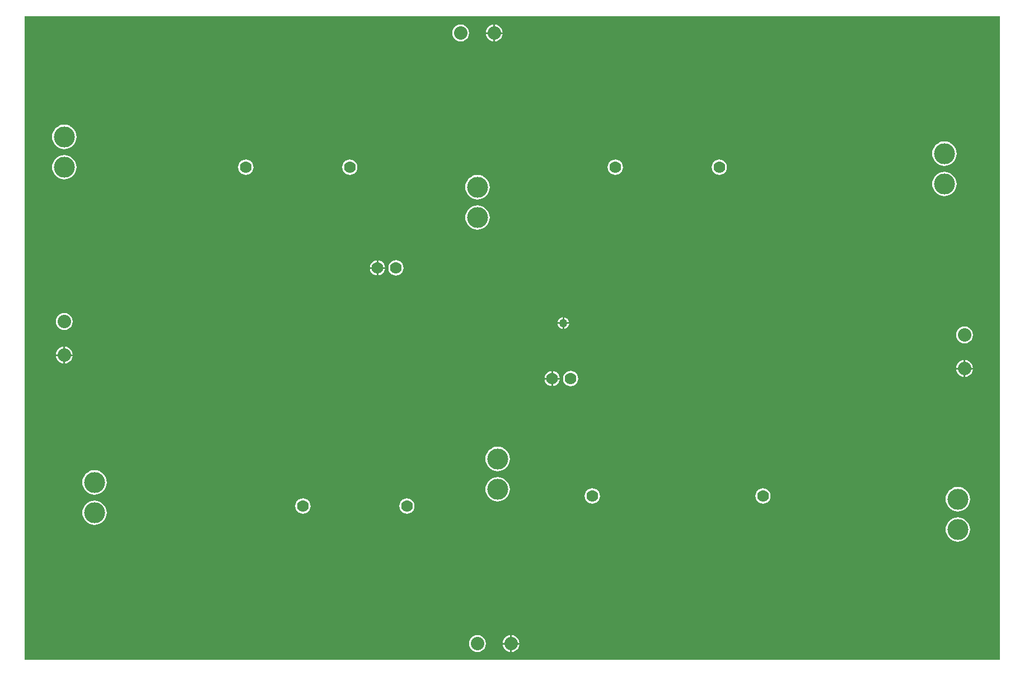
<source format=gbl>
%FSAX24Y24*%
%MOIN*%
G70*
G01*
G75*
G04 Layer_Physical_Order=2*
G04 Layer_Color=16711680*
%ADD10R,0.2579X0.3150*%
%ADD11R,0.0800X0.0600*%
%ADD12R,0.2126X0.0945*%
%ADD13R,0.3504X0.3228*%
%ADD14C,0.0500*%
%ADD15C,0.0100*%
%ADD16C,0.0700*%
%ADD17C,0.1250*%
%ADD18C,0.0800*%
%ADD19C,0.0500*%
G36*
X068898Y010827D02*
X010827D01*
Y049213D01*
X068898D01*
Y010827D01*
D02*
G37*
%LPC*%
G36*
X042200Y027550D02*
X041803D01*
X041812Y027483D01*
X041857Y027373D01*
X041929Y027279D01*
X042023Y027207D01*
X042133Y027162D01*
X042200Y027153D01*
Y027550D01*
D02*
G37*
G36*
X042697D02*
X042300D01*
Y027153D01*
X042367Y027162D01*
X042477Y027207D01*
X042571Y027279D01*
X042643Y027373D01*
X042688Y027483D01*
X042697Y027550D01*
D02*
G37*
G36*
X042200Y028047D02*
X042133Y028038D01*
X042023Y027993D01*
X041929Y027921D01*
X041857Y027827D01*
X041812Y027717D01*
X041803Y027650D01*
X042200D01*
Y028047D01*
D02*
G37*
G36*
X015000Y022140D02*
X014858Y022126D01*
X014721Y022084D01*
X014595Y022017D01*
X014485Y021926D01*
X014394Y021816D01*
X014327Y021690D01*
X014285Y021553D01*
X014271Y021411D01*
X014285Y021269D01*
X014327Y021132D01*
X014394Y021006D01*
X014485Y020896D01*
X014595Y020805D01*
X014721Y020738D01*
X014858Y020697D01*
X015000Y020683D01*
X015142Y020697D01*
X015279Y020738D01*
X015405Y020805D01*
X015515Y020896D01*
X015606Y021006D01*
X015673Y021132D01*
X015715Y021269D01*
X015729Y021411D01*
X015715Y021553D01*
X015673Y021690D01*
X015606Y021816D01*
X015515Y021926D01*
X015405Y022017D01*
X015279Y022084D01*
X015142Y022126D01*
X015000Y022140D01*
D02*
G37*
G36*
X039000Y023540D02*
X038858Y023526D01*
X038721Y023484D01*
X038595Y023417D01*
X038485Y023326D01*
X038394Y023216D01*
X038327Y023090D01*
X038285Y022953D01*
X038271Y022811D01*
X038285Y022669D01*
X038327Y022532D01*
X038394Y022406D01*
X038485Y022296D01*
X038595Y022205D01*
X038721Y022138D01*
X038858Y022097D01*
X039000Y022083D01*
X039142Y022097D01*
X039279Y022138D01*
X039405Y022205D01*
X039515Y022296D01*
X039606Y022406D01*
X039673Y022532D01*
X039715Y022669D01*
X039729Y022811D01*
X039715Y022953D01*
X039673Y023090D01*
X039606Y023216D01*
X039515Y023326D01*
X039405Y023417D01*
X039279Y023484D01*
X039142Y023526D01*
X039000Y023540D01*
D02*
G37*
G36*
X043350Y028054D02*
X043233Y028038D01*
X043123Y027993D01*
X043029Y027921D01*
X042957Y027827D01*
X042912Y027717D01*
X042896Y027600D01*
X042912Y027483D01*
X042957Y027373D01*
X043029Y027279D01*
X043123Y027207D01*
X043233Y027162D01*
X043350Y027146D01*
X043467Y027162D01*
X043577Y027207D01*
X043671Y027279D01*
X043743Y027373D01*
X043788Y027483D01*
X043804Y027600D01*
X043788Y027717D01*
X043743Y027827D01*
X043671Y027921D01*
X043577Y027993D01*
X043467Y028038D01*
X043350Y028054D01*
D02*
G37*
G36*
X042300Y028047D02*
Y027650D01*
X042697D01*
X042688Y027717D01*
X042643Y027827D01*
X042571Y027921D01*
X042477Y027993D01*
X042367Y028038D01*
X042300Y028047D01*
D02*
G37*
G36*
X066850Y028698D02*
Y028250D01*
X067298D01*
X067287Y028331D01*
X067237Y028452D01*
X067157Y028557D01*
X067052Y028637D01*
X066931Y028687D01*
X066850Y028698D01*
D02*
G37*
G36*
X013150Y028950D02*
X012702D01*
X012713Y028869D01*
X012763Y028748D01*
X012843Y028643D01*
X012948Y028563D01*
X013069Y028513D01*
X013150Y028502D01*
Y028950D01*
D02*
G37*
G36*
X013698D02*
X013250D01*
Y028502D01*
X013331Y028513D01*
X013452Y028563D01*
X013557Y028643D01*
X013637Y028748D01*
X013687Y028869D01*
X013698Y028950D01*
D02*
G37*
G36*
X066750Y028150D02*
X066302D01*
X066313Y028069D01*
X066363Y027948D01*
X066443Y027843D01*
X066548Y027763D01*
X066669Y027713D01*
X066750Y027702D01*
Y028150D01*
D02*
G37*
G36*
X067298D02*
X066850D01*
Y027702D01*
X066931Y027713D01*
X067052Y027763D01*
X067157Y027843D01*
X067237Y027948D01*
X067287Y028069D01*
X067298Y028150D01*
D02*
G37*
G36*
X066750Y028698D02*
X066669Y028687D01*
X066548Y028637D01*
X066443Y028557D01*
X066363Y028452D01*
X066313Y028331D01*
X066302Y028250D01*
X066750D01*
Y028698D01*
D02*
G37*
G36*
X039750Y012298D02*
X039669Y012287D01*
X039548Y012237D01*
X039443Y012157D01*
X039363Y012052D01*
X039313Y011931D01*
X039302Y011850D01*
X039750D01*
Y012298D01*
D02*
G37*
G36*
X039850D02*
Y011850D01*
X040298D01*
X040287Y011931D01*
X040237Y012052D01*
X040157Y012157D01*
X040052Y012237D01*
X039931Y012287D01*
X039850Y012298D01*
D02*
G37*
G36*
X066400Y019329D02*
X066258Y019315D01*
X066121Y019273D01*
X065995Y019206D01*
X065885Y019115D01*
X065794Y019005D01*
X065727Y018879D01*
X065685Y018742D01*
X065671Y018600D01*
X065685Y018458D01*
X065727Y018321D01*
X065794Y018195D01*
X065885Y018085D01*
X065995Y017994D01*
X066121Y017927D01*
X066258Y017885D01*
X066400Y017871D01*
X066542Y017885D01*
X066679Y017927D01*
X066805Y017994D01*
X066915Y018085D01*
X067006Y018195D01*
X067073Y018321D01*
X067115Y018458D01*
X067129Y018600D01*
X067115Y018742D01*
X067073Y018879D01*
X067006Y019005D01*
X066915Y019115D01*
X066805Y019206D01*
X066679Y019273D01*
X066542Y019315D01*
X066400Y019329D01*
D02*
G37*
G36*
X037800Y012304D02*
X037669Y012287D01*
X037548Y012237D01*
X037443Y012157D01*
X037363Y012052D01*
X037313Y011931D01*
X037296Y011800D01*
X037313Y011669D01*
X037363Y011548D01*
X037443Y011443D01*
X037548Y011363D01*
X037669Y011313D01*
X037800Y011296D01*
X037931Y011313D01*
X038052Y011363D01*
X038157Y011443D01*
X038237Y011548D01*
X038287Y011669D01*
X038304Y011800D01*
X038287Y011931D01*
X038237Y012052D01*
X038157Y012157D01*
X038052Y012237D01*
X037931Y012287D01*
X037800Y012304D01*
D02*
G37*
G36*
X039750Y011750D02*
X039302D01*
X039313Y011669D01*
X039363Y011548D01*
X039443Y011443D01*
X039548Y011363D01*
X039669Y011313D01*
X039750Y011302D01*
Y011750D01*
D02*
G37*
G36*
X040298D02*
X039850D01*
Y011302D01*
X039931Y011313D01*
X040052Y011363D01*
X040157Y011443D01*
X040237Y011548D01*
X040287Y011669D01*
X040298Y011750D01*
D02*
G37*
G36*
X015000Y020329D02*
X014858Y020315D01*
X014721Y020273D01*
X014595Y020206D01*
X014485Y020115D01*
X014394Y020005D01*
X014327Y019879D01*
X014285Y019742D01*
X014271Y019600D01*
X014285Y019458D01*
X014327Y019321D01*
X014394Y019195D01*
X014485Y019085D01*
X014595Y018994D01*
X014721Y018927D01*
X014858Y018885D01*
X015000Y018871D01*
X015142Y018885D01*
X015279Y018927D01*
X015405Y018994D01*
X015515Y019085D01*
X015606Y019195D01*
X015673Y019321D01*
X015715Y019458D01*
X015729Y019600D01*
X015715Y019742D01*
X015673Y019879D01*
X015606Y020005D01*
X015515Y020115D01*
X015405Y020206D01*
X015279Y020273D01*
X015142Y020315D01*
X015000Y020329D01*
D02*
G37*
G36*
X044640Y021054D02*
X044523Y021038D01*
X044414Y020993D01*
X044320Y020921D01*
X044247Y020827D01*
X044202Y020717D01*
X044187Y020600D01*
X044202Y020483D01*
X044247Y020373D01*
X044320Y020279D01*
X044414Y020207D01*
X044523Y020162D01*
X044640Y020146D01*
X044758Y020162D01*
X044867Y020207D01*
X044961Y020279D01*
X045034Y020373D01*
X045079Y020483D01*
X045094Y020600D01*
X045079Y020717D01*
X045034Y020827D01*
X044961Y020921D01*
X044867Y020993D01*
X044758Y021038D01*
X044640Y021054D01*
D02*
G37*
G36*
X054800D02*
X054683Y021038D01*
X054573Y020993D01*
X054479Y020921D01*
X054407Y020827D01*
X054362Y020717D01*
X054346Y020600D01*
X054362Y020483D01*
X054407Y020373D01*
X054479Y020279D01*
X054573Y020207D01*
X054683Y020162D01*
X054800Y020146D01*
X054917Y020162D01*
X055027Y020207D01*
X055121Y020279D01*
X055193Y020373D01*
X055238Y020483D01*
X055254Y020600D01*
X055238Y020717D01*
X055193Y020827D01*
X055121Y020921D01*
X055027Y020993D01*
X054917Y021038D01*
X054800Y021054D01*
D02*
G37*
G36*
X039000Y021729D02*
X038858Y021715D01*
X038721Y021673D01*
X038595Y021606D01*
X038485Y021515D01*
X038394Y021405D01*
X038327Y021279D01*
X038285Y021142D01*
X038271Y021000D01*
X038285Y020858D01*
X038327Y020721D01*
X038394Y020595D01*
X038485Y020485D01*
X038595Y020394D01*
X038721Y020327D01*
X038858Y020285D01*
X039000Y020271D01*
X039142Y020285D01*
X039279Y020327D01*
X039405Y020394D01*
X039515Y020485D01*
X039606Y020595D01*
X039673Y020721D01*
X039715Y020858D01*
X039729Y021000D01*
X039715Y021142D01*
X039673Y021279D01*
X039606Y021405D01*
X039515Y021515D01*
X039405Y021606D01*
X039279Y021673D01*
X039142Y021715D01*
X039000Y021729D01*
D02*
G37*
G36*
X027409Y020454D02*
X027292Y020438D01*
X027182Y020393D01*
X027088Y020321D01*
X027016Y020227D01*
X026971Y020117D01*
X026955Y020000D01*
X026971Y019883D01*
X027016Y019773D01*
X027088Y019679D01*
X027182Y019607D01*
X027292Y019562D01*
X027409Y019546D01*
X027526Y019562D01*
X027636Y019607D01*
X027730Y019679D01*
X027802Y019773D01*
X027847Y019883D01*
X027863Y020000D01*
X027847Y020117D01*
X027802Y020227D01*
X027730Y020321D01*
X027636Y020393D01*
X027526Y020438D01*
X027409Y020454D01*
D02*
G37*
G36*
X033600D02*
X033483Y020438D01*
X033373Y020393D01*
X033279Y020321D01*
X033207Y020227D01*
X033162Y020117D01*
X033146Y020000D01*
X033162Y019883D01*
X033207Y019773D01*
X033279Y019679D01*
X033373Y019607D01*
X033483Y019562D01*
X033600Y019546D01*
X033717Y019562D01*
X033827Y019607D01*
X033921Y019679D01*
X033993Y019773D01*
X034038Y019883D01*
X034054Y020000D01*
X034038Y020117D01*
X033993Y020227D01*
X033921Y020321D01*
X033827Y020393D01*
X033717Y020438D01*
X033600Y020454D01*
D02*
G37*
G36*
X066400Y021140D02*
X066258Y021126D01*
X066121Y021084D01*
X065995Y021017D01*
X065885Y020926D01*
X065794Y020816D01*
X065727Y020690D01*
X065685Y020553D01*
X065671Y020411D01*
X065685Y020269D01*
X065727Y020132D01*
X065794Y020006D01*
X065885Y019896D01*
X065995Y019805D01*
X066121Y019738D01*
X066258Y019697D01*
X066400Y019683D01*
X066542Y019697D01*
X066679Y019738D01*
X066805Y019805D01*
X066915Y019896D01*
X067006Y020006D01*
X067073Y020132D01*
X067115Y020269D01*
X067129Y020411D01*
X067115Y020553D01*
X067073Y020690D01*
X067006Y020816D01*
X066915Y020926D01*
X066805Y021017D01*
X066679Y021084D01*
X066542Y021126D01*
X066400Y021140D01*
D02*
G37*
G36*
X013150Y029498D02*
X013069Y029487D01*
X012948Y029437D01*
X012843Y029357D01*
X012763Y029252D01*
X012713Y029131D01*
X012702Y029050D01*
X013150D01*
Y029498D01*
D02*
G37*
G36*
X030200Y040654D02*
X030083Y040638D01*
X029973Y040593D01*
X029879Y040521D01*
X029807Y040427D01*
X029762Y040317D01*
X029746Y040200D01*
X029762Y040083D01*
X029807Y039973D01*
X029879Y039879D01*
X029973Y039807D01*
X030083Y039762D01*
X030200Y039746D01*
X030317Y039762D01*
X030427Y039807D01*
X030521Y039879D01*
X030593Y039973D01*
X030638Y040083D01*
X030654Y040200D01*
X030638Y040317D01*
X030593Y040427D01*
X030521Y040521D01*
X030427Y040593D01*
X030317Y040638D01*
X030200Y040654D01*
D02*
G37*
G36*
X046009D02*
X045892Y040638D01*
X045782Y040593D01*
X045688Y040521D01*
X045616Y040427D01*
X045571Y040317D01*
X045555Y040200D01*
X045571Y040083D01*
X045616Y039973D01*
X045688Y039879D01*
X045782Y039807D01*
X045892Y039762D01*
X046009Y039746D01*
X046126Y039762D01*
X046236Y039807D01*
X046330Y039879D01*
X046402Y039973D01*
X046447Y040083D01*
X046463Y040200D01*
X046447Y040317D01*
X046402Y040427D01*
X046330Y040521D01*
X046236Y040593D01*
X046126Y040638D01*
X046009Y040654D01*
D02*
G37*
G36*
X052200D02*
X052083Y040638D01*
X051973Y040593D01*
X051879Y040521D01*
X051807Y040427D01*
X051762Y040317D01*
X051746Y040200D01*
X051762Y040083D01*
X051807Y039973D01*
X051879Y039879D01*
X051973Y039807D01*
X052083Y039762D01*
X052200Y039746D01*
X052317Y039762D01*
X052427Y039807D01*
X052521Y039879D01*
X052593Y039973D01*
X052638Y040083D01*
X052654Y040200D01*
X052638Y040317D01*
X052593Y040427D01*
X052521Y040521D01*
X052427Y040593D01*
X052317Y040638D01*
X052200Y040654D01*
D02*
G37*
G36*
X065600Y039929D02*
X065458Y039915D01*
X065321Y039873D01*
X065195Y039806D01*
X065085Y039715D01*
X064994Y039605D01*
X064927Y039479D01*
X064885Y039342D01*
X064871Y039200D01*
X064885Y039058D01*
X064927Y038921D01*
X064994Y038795D01*
X065085Y038685D01*
X065195Y038594D01*
X065321Y038527D01*
X065458Y038485D01*
X065600Y038471D01*
X065742Y038485D01*
X065879Y038527D01*
X066005Y038594D01*
X066115Y038685D01*
X066206Y038795D01*
X066273Y038921D01*
X066315Y039058D01*
X066329Y039200D01*
X066315Y039342D01*
X066273Y039479D01*
X066206Y039605D01*
X066115Y039715D01*
X066005Y039806D01*
X065879Y039873D01*
X065742Y039915D01*
X065600Y039929D01*
D02*
G37*
G36*
X013200Y040929D02*
X013058Y040915D01*
X012921Y040873D01*
X012795Y040806D01*
X012685Y040715D01*
X012594Y040605D01*
X012527Y040479D01*
X012485Y040342D01*
X012471Y040200D01*
X012485Y040058D01*
X012527Y039921D01*
X012594Y039795D01*
X012685Y039685D01*
X012795Y039594D01*
X012921Y039527D01*
X013058Y039485D01*
X013200Y039471D01*
X013342Y039485D01*
X013479Y039527D01*
X013605Y039594D01*
X013715Y039685D01*
X013806Y039795D01*
X013873Y039921D01*
X013915Y040058D01*
X013929Y040200D01*
X013915Y040342D01*
X013873Y040479D01*
X013806Y040605D01*
X013715Y040715D01*
X013605Y040806D01*
X013479Y040873D01*
X013342Y040915D01*
X013200Y040929D01*
D02*
G37*
G36*
X024009Y040654D02*
X023892Y040638D01*
X023782Y040593D01*
X023688Y040521D01*
X023616Y040427D01*
X023571Y040317D01*
X023555Y040200D01*
X023571Y040083D01*
X023616Y039973D01*
X023688Y039879D01*
X023782Y039807D01*
X023892Y039762D01*
X024009Y039746D01*
X024126Y039762D01*
X024236Y039807D01*
X024330Y039879D01*
X024402Y039973D01*
X024447Y040083D01*
X024463Y040200D01*
X024447Y040317D01*
X024402Y040427D01*
X024330Y040521D01*
X024236Y040593D01*
X024126Y040638D01*
X024009Y040654D01*
D02*
G37*
G36*
X065600Y041740D02*
X065458Y041726D01*
X065321Y041684D01*
X065195Y041617D01*
X065085Y041526D01*
X064994Y041416D01*
X064927Y041290D01*
X064885Y041153D01*
X064871Y041011D01*
X064885Y040869D01*
X064927Y040732D01*
X064994Y040606D01*
X065085Y040496D01*
X065195Y040405D01*
X065321Y040338D01*
X065458Y040297D01*
X065600Y040283D01*
X065742Y040297D01*
X065879Y040338D01*
X066005Y040405D01*
X066115Y040496D01*
X066206Y040606D01*
X066273Y040732D01*
X066315Y040869D01*
X066329Y041011D01*
X066315Y041153D01*
X066273Y041290D01*
X066206Y041416D01*
X066115Y041526D01*
X066005Y041617D01*
X065879Y041684D01*
X065742Y041726D01*
X065600Y041740D01*
D02*
G37*
G36*
X039298Y048150D02*
X038850D01*
Y047702D01*
X038931Y047713D01*
X039052Y047763D01*
X039157Y047843D01*
X039237Y047948D01*
X039287Y048069D01*
X039298Y048150D01*
D02*
G37*
G36*
X038750Y048698D02*
X038669Y048687D01*
X038548Y048637D01*
X038443Y048557D01*
X038363Y048452D01*
X038313Y048331D01*
X038302Y048250D01*
X038750D01*
Y048698D01*
D02*
G37*
G36*
X038850D02*
Y048250D01*
X039298D01*
X039287Y048331D01*
X039237Y048452D01*
X039157Y048557D01*
X039052Y048637D01*
X038931Y048687D01*
X038850Y048698D01*
D02*
G37*
G36*
X013200Y042740D02*
X013058Y042726D01*
X012921Y042684D01*
X012795Y042617D01*
X012685Y042526D01*
X012594Y042416D01*
X012527Y042290D01*
X012485Y042153D01*
X012471Y042011D01*
X012485Y041869D01*
X012527Y041732D01*
X012594Y041606D01*
X012685Y041496D01*
X012795Y041405D01*
X012921Y041338D01*
X013058Y041297D01*
X013200Y041283D01*
X013342Y041297D01*
X013479Y041338D01*
X013605Y041405D01*
X013715Y041496D01*
X013806Y041606D01*
X013873Y041732D01*
X013915Y041869D01*
X013929Y042011D01*
X013915Y042153D01*
X013873Y042290D01*
X013806Y042416D01*
X013715Y042526D01*
X013605Y042617D01*
X013479Y042684D01*
X013342Y042726D01*
X013200Y042740D01*
D02*
G37*
G36*
X036800Y048704D02*
X036669Y048687D01*
X036548Y048637D01*
X036443Y048557D01*
X036363Y048452D01*
X036313Y048331D01*
X036296Y048200D01*
X036313Y048069D01*
X036363Y047948D01*
X036443Y047843D01*
X036548Y047763D01*
X036669Y047713D01*
X036800Y047696D01*
X036931Y047713D01*
X037052Y047763D01*
X037157Y047843D01*
X037237Y047948D01*
X037287Y048069D01*
X037304Y048200D01*
X037287Y048331D01*
X037237Y048452D01*
X037157Y048557D01*
X037052Y048637D01*
X036931Y048687D01*
X036800Y048704D01*
D02*
G37*
G36*
X038750Y048150D02*
X038302D01*
X038313Y048069D01*
X038363Y047948D01*
X038443Y047843D01*
X038548Y047763D01*
X038669Y047713D01*
X038750Y047702D01*
Y048150D01*
D02*
G37*
G36*
X037800Y039740D02*
X037658Y039726D01*
X037521Y039684D01*
X037395Y039617D01*
X037285Y039526D01*
X037194Y039416D01*
X037127Y039290D01*
X037085Y039153D01*
X037071Y039011D01*
X037085Y038869D01*
X037127Y038732D01*
X037194Y038606D01*
X037285Y038496D01*
X037395Y038405D01*
X037521Y038338D01*
X037658Y038297D01*
X037800Y038283D01*
X037942Y038297D01*
X038079Y038338D01*
X038205Y038405D01*
X038315Y038496D01*
X038406Y038606D01*
X038473Y038732D01*
X038515Y038869D01*
X038529Y039011D01*
X038515Y039153D01*
X038473Y039290D01*
X038406Y039416D01*
X038315Y039526D01*
X038205Y039617D01*
X038079Y039684D01*
X037942Y039726D01*
X037800Y039740D01*
D02*
G37*
G36*
X042863Y030856D02*
X042567D01*
X042572Y030814D01*
X042608Y030729D01*
X042664Y030656D01*
X042737Y030600D01*
X042822Y030565D01*
X042863Y030559D01*
Y030856D01*
D02*
G37*
G36*
X043260D02*
X042963D01*
Y030559D01*
X043005Y030565D01*
X043090Y030600D01*
X043163Y030656D01*
X043219Y030729D01*
X043254Y030814D01*
X043260Y030856D01*
D02*
G37*
G36*
X042863Y031252D02*
X042822Y031247D01*
X042737Y031211D01*
X042664Y031155D01*
X042608Y031082D01*
X042572Y030997D01*
X042567Y030956D01*
X042863D01*
Y031252D01*
D02*
G37*
G36*
X013250Y029498D02*
Y029050D01*
X013698D01*
X013687Y029131D01*
X013637Y029252D01*
X013557Y029357D01*
X013452Y029437D01*
X013331Y029487D01*
X013250Y029498D01*
D02*
G37*
G36*
X066800Y030704D02*
X066669Y030687D01*
X066548Y030637D01*
X066443Y030557D01*
X066363Y030452D01*
X066313Y030331D01*
X066296Y030200D01*
X066313Y030069D01*
X066363Y029948D01*
X066443Y029843D01*
X066548Y029763D01*
X066669Y029713D01*
X066800Y029696D01*
X066931Y029713D01*
X067052Y029763D01*
X067157Y029843D01*
X067237Y029948D01*
X067287Y030069D01*
X067304Y030200D01*
X067287Y030331D01*
X067237Y030452D01*
X067157Y030557D01*
X067052Y030637D01*
X066931Y030687D01*
X066800Y030704D01*
D02*
G37*
G36*
X013200Y031504D02*
X013069Y031487D01*
X012948Y031437D01*
X012843Y031357D01*
X012763Y031252D01*
X012713Y031131D01*
X012696Y031000D01*
X012713Y030869D01*
X012763Y030748D01*
X012843Y030643D01*
X012948Y030563D01*
X013069Y030513D01*
X013200Y030496D01*
X013331Y030513D01*
X013452Y030563D01*
X013557Y030643D01*
X013637Y030748D01*
X013687Y030869D01*
X013704Y031000D01*
X013687Y031131D01*
X013637Y031252D01*
X013557Y031357D01*
X013452Y031437D01*
X013331Y031487D01*
X013200Y031504D01*
D02*
G37*
G36*
X042963Y031252D02*
Y030956D01*
X043260D01*
X043254Y030997D01*
X043219Y031082D01*
X043163Y031155D01*
X043090Y031211D01*
X043005Y031247D01*
X042963Y031252D01*
D02*
G37*
G36*
X031800Y034647D02*
X031733Y034638D01*
X031623Y034593D01*
X031529Y034521D01*
X031457Y034427D01*
X031412Y034317D01*
X031403Y034250D01*
X031800D01*
Y034647D01*
D02*
G37*
G36*
X031900D02*
Y034250D01*
X032297D01*
X032288Y034317D01*
X032243Y034427D01*
X032171Y034521D01*
X032077Y034593D01*
X031967Y034638D01*
X031900Y034647D01*
D02*
G37*
G36*
X037800Y037929D02*
X037658Y037915D01*
X037521Y037873D01*
X037395Y037806D01*
X037285Y037715D01*
X037194Y037605D01*
X037127Y037479D01*
X037085Y037342D01*
X037071Y037200D01*
X037085Y037058D01*
X037127Y036921D01*
X037194Y036795D01*
X037285Y036685D01*
X037395Y036594D01*
X037521Y036527D01*
X037658Y036485D01*
X037800Y036471D01*
X037942Y036485D01*
X038079Y036527D01*
X038205Y036594D01*
X038315Y036685D01*
X038406Y036795D01*
X038473Y036921D01*
X038515Y037058D01*
X038529Y037200D01*
X038515Y037342D01*
X038473Y037479D01*
X038406Y037605D01*
X038315Y037715D01*
X038205Y037806D01*
X038079Y037873D01*
X037942Y037915D01*
X037800Y037929D01*
D02*
G37*
G36*
X032950Y034654D02*
X032833Y034638D01*
X032723Y034593D01*
X032629Y034521D01*
X032557Y034427D01*
X032512Y034317D01*
X032496Y034200D01*
X032512Y034083D01*
X032557Y033973D01*
X032629Y033879D01*
X032723Y033807D01*
X032833Y033762D01*
X032950Y033746D01*
X033067Y033762D01*
X033177Y033807D01*
X033271Y033879D01*
X033343Y033973D01*
X033388Y034083D01*
X033404Y034200D01*
X033388Y034317D01*
X033343Y034427D01*
X033271Y034521D01*
X033177Y034593D01*
X033067Y034638D01*
X032950Y034654D01*
D02*
G37*
G36*
X031800Y034150D02*
X031403D01*
X031412Y034083D01*
X031457Y033973D01*
X031529Y033879D01*
X031623Y033807D01*
X031733Y033762D01*
X031800Y033753D01*
Y034150D01*
D02*
G37*
G36*
X032297D02*
X031900D01*
Y033753D01*
X031967Y033762D01*
X032077Y033807D01*
X032171Y033879D01*
X032243Y033973D01*
X032288Y034083D01*
X032297Y034150D01*
D02*
G37*
%LPD*%
D16*
X042250Y027600D02*
D03*
X043350D02*
D03*
X032950Y034200D02*
D03*
X031850D02*
D03*
X033600Y020000D02*
D03*
X027409D02*
D03*
X046009Y040200D02*
D03*
X052200D02*
D03*
X030200D02*
D03*
X024009D02*
D03*
X054800Y020600D02*
D03*
X044640D02*
D03*
D17*
X065600Y041011D02*
D03*
Y039200D02*
D03*
X037800Y037200D02*
D03*
Y039011D02*
D03*
X039000Y022811D02*
D03*
Y021000D02*
D03*
X015000Y019600D02*
D03*
Y021411D02*
D03*
X013200Y042011D02*
D03*
Y040200D02*
D03*
X066400Y018600D02*
D03*
Y020411D02*
D03*
D18*
X037800Y011800D02*
D03*
X039800D02*
D03*
X038800Y048200D02*
D03*
X036800D02*
D03*
X066800Y028200D02*
D03*
Y030200D02*
D03*
X013200Y031000D02*
D03*
Y029000D02*
D03*
D19*
X042913Y030906D02*
D03*
M02*

</source>
